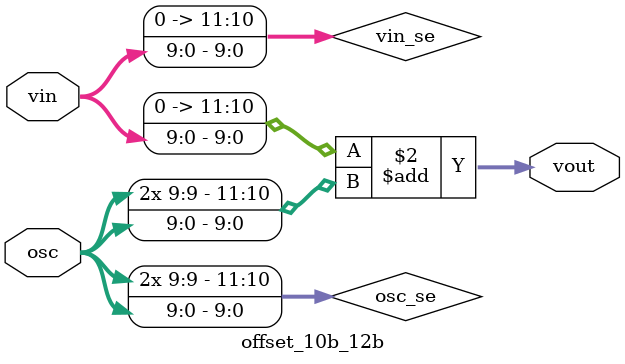
<source format=v>
module offset_10b_12b(  vin, 
                        vout,
                        osc);

   input [11:0] vin, osc;
   output [11:0] vout;
   
   reg [11:0] vin_se;
   reg [11:0] osc_se;
   
   always @ * begin
      vin_se <= {2'b0, vin[9:0]};         // zero extend the inputs
      osc_se <= {{2{osc[9]}},osc[9:0]};   // sign extend the offset      
   end
   
   assign vout = vin_se + osc_se;
   
endmodule
</source>
